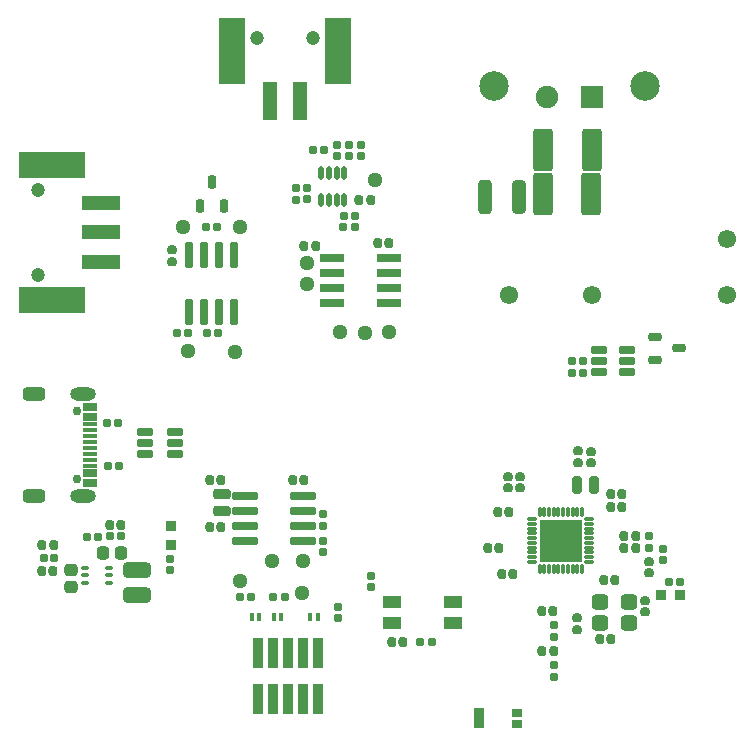
<source format=gts>
G04*
G04 #@! TF.GenerationSoftware,Altium Limited,Altium Designer,24.4.1 (13)*
G04*
G04 Layer_Color=8388736*
%FSLAX44Y44*%
%MOMM*%
G71*
G04*
G04 #@! TF.SameCoordinates,92E24F71-BE29-44F9-BD6D-AE99B804E02A*
G04*
G04*
G04 #@! TF.FilePolarity,Negative*
G04*
G01*
G75*
G04:AMPARAMS|DCode=62|XSize=0.6616mm|YSize=0.4216mm|CornerRadius=0.1308mm|HoleSize=0mm|Usage=FLASHONLY|Rotation=0.000|XOffset=0mm|YOffset=0mm|HoleType=Round|Shape=RoundedRectangle|*
%AMROUNDEDRECTD62*
21,1,0.6616,0.1600,0,0,0.0*
21,1,0.4000,0.4216,0,0,0.0*
1,1,0.2616,0.2000,-0.0800*
1,1,0.2616,-0.2000,-0.0800*
1,1,0.2616,-0.2000,0.0800*
1,1,0.2616,0.2000,0.0800*
%
%ADD62ROUNDEDRECTD62*%
%ADD63R,0.9016X0.9016*%
%ADD64R,0.9016X0.9016*%
%ADD65O,0.3016X0.9516*%
%ADD66O,0.9516X0.3016*%
%ADD67R,3.6016X3.6016*%
G04:AMPARAMS|DCode=68|XSize=0.6816mm|YSize=0.6816mm|CornerRadius=0.2016mm|HoleSize=0mm|Usage=FLASHONLY|Rotation=0.000|XOffset=0mm|YOffset=0mm|HoleType=Round|Shape=RoundedRectangle|*
%AMROUNDEDRECTD68*
21,1,0.6816,0.2784,0,0,0.0*
21,1,0.2784,0.6816,0,0,0.0*
1,1,0.4032,0.1392,-0.1392*
1,1,0.4032,-0.1392,-0.1392*
1,1,0.4032,-0.1392,0.1392*
1,1,0.4032,0.1392,0.1392*
%
%ADD68ROUNDEDRECTD68*%
G04:AMPARAMS|DCode=69|XSize=1.3116mm|YSize=0.6916mm|CornerRadius=0.1246mm|HoleSize=0mm|Usage=FLASHONLY|Rotation=0.000|XOffset=0mm|YOffset=0mm|HoleType=Round|Shape=RoundedRectangle|*
%AMROUNDEDRECTD69*
21,1,1.3116,0.4425,0,0,0.0*
21,1,1.0625,0.6916,0,0,0.0*
1,1,0.2491,0.5313,-0.2213*
1,1,0.2491,-0.5313,-0.2213*
1,1,0.2491,-0.5313,0.2213*
1,1,0.2491,0.5313,0.2213*
%
%ADD69ROUNDEDRECTD69*%
%ADD70R,5.7016X2.3016*%
%ADD71R,3.3016X1.3016*%
%ADD72R,1.3000X3.3000*%
%ADD73R,2.3000X5.7000*%
G04:AMPARAMS|DCode=74|XSize=0.8516mm|YSize=1.5016mm|CornerRadius=0.2383mm|HoleSize=0mm|Usage=FLASHONLY|Rotation=180.000|XOffset=0mm|YOffset=0mm|HoleType=Round|Shape=RoundedRectangle|*
%AMROUNDEDRECTD74*
21,1,0.8516,1.0250,0,0,180.0*
21,1,0.3750,1.5016,0,0,180.0*
1,1,0.4766,-0.1875,0.5125*
1,1,0.4766,0.1875,0.5125*
1,1,0.4766,0.1875,-0.5125*
1,1,0.4766,-0.1875,-0.5125*
%
%ADD74ROUNDEDRECTD74*%
G04:AMPARAMS|DCode=75|XSize=0.8516mm|YSize=1.5016mm|CornerRadius=0.2383mm|HoleSize=0mm|Usage=FLASHONLY|Rotation=90.000|XOffset=0mm|YOffset=0mm|HoleType=Round|Shape=RoundedRectangle|*
%AMROUNDEDRECTD75*
21,1,0.8516,1.0250,0,0,90.0*
21,1,0.3750,1.5016,0,0,90.0*
1,1,0.4766,0.5125,0.1875*
1,1,0.4766,0.5125,-0.1875*
1,1,0.4766,-0.5125,-0.1875*
1,1,0.4766,-0.5125,0.1875*
%
%ADD75ROUNDEDRECTD75*%
%ADD76R,1.2516X0.7016*%
%ADD77R,1.2516X0.4016*%
%ADD78R,0.4516X0.7016*%
G04:AMPARAMS|DCode=79|XSize=1.1716mm|YSize=2.8716mm|CornerRadius=0.3023mm|HoleSize=0mm|Usage=FLASHONLY|Rotation=180.000|XOffset=0mm|YOffset=0mm|HoleType=Round|Shape=RoundedRectangle|*
%AMROUNDEDRECTD79*
21,1,1.1716,2.2671,0,0,180.0*
21,1,0.5671,2.8716,0,0,180.0*
1,1,0.6045,-0.2836,1.1336*
1,1,0.6045,0.2836,1.1336*
1,1,0.6045,0.2836,-1.1336*
1,1,0.6045,-0.2836,-1.1336*
%
%ADD79ROUNDEDRECTD79*%
G04:AMPARAMS|DCode=80|XSize=1.1516mm|YSize=2.8716mm|CornerRadius=0.3028mm|HoleSize=0mm|Usage=FLASHONLY|Rotation=0.000|XOffset=0mm|YOffset=0mm|HoleType=Round|Shape=RoundedRectangle|*
%AMROUNDEDRECTD80*
21,1,1.1516,2.2660,0,0,0.0*
21,1,0.5460,2.8716,0,0,0.0*
1,1,0.6056,0.2730,-1.1330*
1,1,0.6056,-0.2730,-1.1330*
1,1,0.6056,-0.2730,1.1330*
1,1,0.6056,0.2730,1.1330*
%
%ADD80ROUNDEDRECTD80*%
G04:AMPARAMS|DCode=81|XSize=0.6816mm|YSize=0.6816mm|CornerRadius=0.1813mm|HoleSize=0mm|Usage=FLASHONLY|Rotation=180.000|XOffset=0mm|YOffset=0mm|HoleType=Round|Shape=RoundedRectangle|*
%AMROUNDEDRECTD81*
21,1,0.6816,0.3190,0,0,180.0*
21,1,0.3190,0.6816,0,0,180.0*
1,1,0.3626,-0.1595,0.1595*
1,1,0.3626,0.1595,0.1595*
1,1,0.3626,0.1595,-0.1595*
1,1,0.3626,-0.1595,-0.1595*
%
%ADD81ROUNDEDRECTD81*%
G04:AMPARAMS|DCode=82|XSize=0.6816mm|YSize=0.6816mm|CornerRadius=0.1813mm|HoleSize=0mm|Usage=FLASHONLY|Rotation=90.000|XOffset=0mm|YOffset=0mm|HoleType=Round|Shape=RoundedRectangle|*
%AMROUNDEDRECTD82*
21,1,0.6816,0.3190,0,0,90.0*
21,1,0.3190,0.6816,0,0,90.0*
1,1,0.3626,0.1595,0.1595*
1,1,0.3626,0.1595,-0.1595*
1,1,0.3626,-0.1595,-0.1595*
1,1,0.3626,-0.1595,0.1595*
%
%ADD82ROUNDEDRECTD82*%
G04:AMPARAMS|DCode=83|XSize=0.6816mm|YSize=0.6816mm|CornerRadius=0.2016mm|HoleSize=0mm|Usage=FLASHONLY|Rotation=270.000|XOffset=0mm|YOffset=0mm|HoleType=Round|Shape=RoundedRectangle|*
%AMROUNDEDRECTD83*
21,1,0.6816,0.2784,0,0,270.0*
21,1,0.2784,0.6816,0,0,270.0*
1,1,0.4032,-0.1392,-0.1392*
1,1,0.4032,-0.1392,0.1392*
1,1,0.4032,0.1392,0.1392*
1,1,0.4032,0.1392,-0.1392*
%
%ADD83ROUNDEDRECTD83*%
G04:AMPARAMS|DCode=84|XSize=1.2916mm|YSize=2.3216mm|CornerRadius=0.3007mm|HoleSize=0mm|Usage=FLASHONLY|Rotation=90.000|XOffset=0mm|YOffset=0mm|HoleType=Round|Shape=RoundedRectangle|*
%AMROUNDEDRECTD84*
21,1,1.2916,1.7202,0,0,90.0*
21,1,0.6902,2.3216,0,0,90.0*
1,1,0.6014,0.8601,0.3451*
1,1,0.6014,0.8601,-0.3451*
1,1,0.6014,-0.8601,-0.3451*
1,1,0.6014,-0.8601,0.3451*
%
%ADD84ROUNDEDRECTD84*%
G04:AMPARAMS|DCode=85|XSize=1.7216mm|YSize=3.6116mm|CornerRadius=0.3019mm|HoleSize=0mm|Usage=FLASHONLY|Rotation=0.000|XOffset=0mm|YOffset=0mm|HoleType=Round|Shape=RoundedRectangle|*
%AMROUNDEDRECTD85*
21,1,1.7216,3.0078,0,0,0.0*
21,1,1.1178,3.6116,0,0,0.0*
1,1,0.6038,0.5589,-1.5039*
1,1,0.6038,-0.5589,-1.5039*
1,1,0.6038,-0.5589,1.5039*
1,1,0.6038,0.5589,1.5039*
%
%ADD85ROUNDEDRECTD85*%
G04:AMPARAMS|DCode=86|XSize=1.0516mm|YSize=1.1216mm|CornerRadius=0.2931mm|HoleSize=0mm|Usage=FLASHONLY|Rotation=270.000|XOffset=0mm|YOffset=0mm|HoleType=Round|Shape=RoundedRectangle|*
%AMROUNDEDRECTD86*
21,1,1.0516,0.5355,0,0,270.0*
21,1,0.4655,1.1216,0,0,270.0*
1,1,0.5861,-0.2677,-0.2328*
1,1,0.5861,-0.2677,0.2328*
1,1,0.5861,0.2677,0.2328*
1,1,0.5861,0.2677,-0.2328*
%
%ADD86ROUNDEDRECTD86*%
G04:AMPARAMS|DCode=87|XSize=1.0516mm|YSize=1.1216mm|CornerRadius=0.2931mm|HoleSize=0mm|Usage=FLASHONLY|Rotation=180.000|XOffset=0mm|YOffset=0mm|HoleType=Round|Shape=RoundedRectangle|*
%AMROUNDEDRECTD87*
21,1,1.0516,0.5355,0,0,180.0*
21,1,0.4655,1.1216,0,0,180.0*
1,1,0.5861,-0.2328,0.2677*
1,1,0.5861,0.2328,0.2677*
1,1,0.5861,0.2328,-0.2677*
1,1,0.5861,-0.2328,-0.2677*
%
%ADD87ROUNDEDRECTD87*%
G04:AMPARAMS|DCode=88|XSize=0.7616mm|YSize=0.8016mm|CornerRadius=0.2224mm|HoleSize=0mm|Usage=FLASHONLY|Rotation=90.000|XOffset=0mm|YOffset=0mm|HoleType=Round|Shape=RoundedRectangle|*
%AMROUNDEDRECTD88*
21,1,0.7616,0.3568,0,0,90.0*
21,1,0.3168,0.8016,0,0,90.0*
1,1,0.4448,0.1784,0.1584*
1,1,0.4448,0.1784,-0.1584*
1,1,0.4448,-0.1784,-0.1584*
1,1,0.4448,-0.1784,0.1584*
%
%ADD88ROUNDEDRECTD88*%
G04:AMPARAMS|DCode=89|XSize=0.7616mm|YSize=0.8016mm|CornerRadius=0.2224mm|HoleSize=0mm|Usage=FLASHONLY|Rotation=180.000|XOffset=0mm|YOffset=0mm|HoleType=Round|Shape=RoundedRectangle|*
%AMROUNDEDRECTD89*
21,1,0.7616,0.3568,0,0,180.0*
21,1,0.3168,0.8016,0,0,180.0*
1,1,0.4448,-0.1584,0.1784*
1,1,0.4448,0.1584,0.1784*
1,1,0.4448,0.1584,-0.1784*
1,1,0.4448,-0.1584,-0.1784*
%
%ADD89ROUNDEDRECTD89*%
G04:AMPARAMS|DCode=90|XSize=1.1016mm|YSize=1.1016mm|CornerRadius=0.3008mm|HoleSize=0mm|Usage=FLASHONLY|Rotation=270.000|XOffset=0mm|YOffset=0mm|HoleType=Round|Shape=RoundedRectangle|*
%AMROUNDEDRECTD90*
21,1,1.1016,0.5000,0,0,270.0*
21,1,0.5000,1.1016,0,0,270.0*
1,1,0.6016,-0.2500,-0.2500*
1,1,0.6016,-0.2500,0.2500*
1,1,0.6016,0.2500,0.2500*
1,1,0.6016,0.2500,-0.2500*
%
%ADD90ROUNDEDRECTD90*%
G04:AMPARAMS|DCode=91|XSize=1.1016mm|YSize=1.1016mm|CornerRadius=0.3008mm|HoleSize=0mm|Usage=FLASHONLY|Rotation=0.000|XOffset=0mm|YOffset=0mm|HoleType=Round|Shape=RoundedRectangle|*
%AMROUNDEDRECTD91*
21,1,1.1016,0.5000,0,0,0.0*
21,1,0.5000,1.1016,0,0,0.0*
1,1,0.6016,0.2500,-0.2500*
1,1,0.6016,-0.2500,-0.2500*
1,1,0.6016,-0.2500,0.2500*
1,1,0.6016,0.2500,0.2500*
%
%ADD91ROUNDEDRECTD91*%
G04:AMPARAMS|DCode=92|XSize=1.2916mm|YSize=1.3916mm|CornerRadius=0.3007mm|HoleSize=0mm|Usage=FLASHONLY|Rotation=90.000|XOffset=0mm|YOffset=0mm|HoleType=Round|Shape=RoundedRectangle|*
%AMROUNDEDRECTD92*
21,1,1.2916,0.7902,0,0,90.0*
21,1,0.6902,1.3916,0,0,90.0*
1,1,0.6014,0.3951,0.3451*
1,1,0.6014,0.3951,-0.3451*
1,1,0.6014,-0.3951,-0.3451*
1,1,0.6014,-0.3951,0.3451*
%
%ADD92ROUNDEDRECTD92*%
%ADD93R,0.8616X2.5016*%
G04:AMPARAMS|DCode=94|XSize=1.1216mm|YSize=0.5616mm|CornerRadius=0.1704mm|HoleSize=0mm|Usage=FLASHONLY|Rotation=270.000|XOffset=0mm|YOffset=0mm|HoleType=Round|Shape=RoundedRectangle|*
%AMROUNDEDRECTD94*
21,1,1.1216,0.2208,0,0,270.0*
21,1,0.7808,0.5616,0,0,270.0*
1,1,0.3408,-0.1104,-0.3904*
1,1,0.3408,-0.1104,0.3904*
1,1,0.3408,0.1104,0.3904*
1,1,0.3408,0.1104,-0.3904*
%
%ADD94ROUNDEDRECTD94*%
G04:AMPARAMS|DCode=95|XSize=1.1316mm|YSize=0.7016mm|CornerRadius=0.2008mm|HoleSize=0mm|Usage=FLASHONLY|Rotation=270.000|XOffset=0mm|YOffset=0mm|HoleType=Round|Shape=RoundedRectangle|*
%AMROUNDEDRECTD95*
21,1,1.1316,0.3000,0,0,270.0*
21,1,0.7300,0.7016,0,0,270.0*
1,1,0.4016,-0.1500,-0.3650*
1,1,0.4016,-0.1500,0.3650*
1,1,0.4016,0.1500,0.3650*
1,1,0.4016,0.1500,-0.3650*
%
%ADD95ROUNDEDRECTD95*%
G04:AMPARAMS|DCode=96|XSize=1.1316mm|YSize=0.7016mm|CornerRadius=0.2008mm|HoleSize=0mm|Usage=FLASHONLY|Rotation=180.000|XOffset=0mm|YOffset=0mm|HoleType=Round|Shape=RoundedRectangle|*
%AMROUNDEDRECTD96*
21,1,1.1316,0.3000,0,0,180.0*
21,1,0.7300,0.7016,0,0,180.0*
1,1,0.4016,-0.3650,0.1500*
1,1,0.4016,0.3650,0.1500*
1,1,0.4016,0.3650,-0.1500*
1,1,0.4016,-0.3650,-0.1500*
%
%ADD96ROUNDEDRECTD96*%
G04:AMPARAMS|DCode=97|XSize=1.3916mm|YSize=0.6916mm|CornerRadius=0.2013mm|HoleSize=0mm|Usage=FLASHONLY|Rotation=180.000|XOffset=0mm|YOffset=0mm|HoleType=Round|Shape=RoundedRectangle|*
%AMROUNDEDRECTD97*
21,1,1.3916,0.2891,0,0,180.0*
21,1,0.9891,0.6916,0,0,180.0*
1,1,0.4025,-0.4946,0.1446*
1,1,0.4025,0.4946,0.1446*
1,1,0.4025,0.4946,-0.1446*
1,1,0.4025,-0.4946,-0.1446*
%
%ADD97ROUNDEDRECTD97*%
%ADD98R,1.5516X1.1016*%
G04:AMPARAMS|DCode=99|XSize=2.1716mm|YSize=0.7316mm|CornerRadius=0.2115mm|HoleSize=0mm|Usage=FLASHONLY|Rotation=180.000|XOffset=0mm|YOffset=0mm|HoleType=Round|Shape=RoundedRectangle|*
%AMROUNDEDRECTD99*
21,1,2.1716,0.3087,0,0,180.0*
21,1,1.7487,0.7316,0,0,180.0*
1,1,0.4229,-0.8743,0.1544*
1,1,0.4229,0.8743,0.1544*
1,1,0.4229,0.8743,-0.1544*
1,1,0.4229,-0.8743,-0.1544*
%
%ADD99ROUNDEDRECTD99*%
G04:AMPARAMS|DCode=100|XSize=2.1716mm|YSize=0.7316mm|CornerRadius=0.2115mm|HoleSize=0mm|Usage=FLASHONLY|Rotation=270.000|XOffset=0mm|YOffset=0mm|HoleType=Round|Shape=RoundedRectangle|*
%AMROUNDEDRECTD100*
21,1,2.1716,0.3087,0,0,270.0*
21,1,1.7487,0.7316,0,0,270.0*
1,1,0.4229,-0.1544,-0.8743*
1,1,0.4229,-0.1544,0.8743*
1,1,0.4229,0.1544,0.8743*
1,1,0.4229,0.1544,-0.8743*
%
%ADD100ROUNDEDRECTD100*%
G04:AMPARAMS|DCode=101|XSize=2.1116mm|YSize=0.7616mm|CornerRadius=0.2224mm|HoleSize=0mm|Usage=FLASHONLY|Rotation=180.000|XOffset=0mm|YOffset=0mm|HoleType=Round|Shape=RoundedRectangle|*
%AMROUNDEDRECTD101*
21,1,2.1116,0.3168,0,0,180.0*
21,1,1.6668,0.7616,0,0,180.0*
1,1,0.4448,-0.8334,0.1584*
1,1,0.4448,0.8334,0.1584*
1,1,0.4448,0.8334,-0.1584*
1,1,0.4448,-0.8334,-0.1584*
%
%ADD101ROUNDEDRECTD101*%
%ADD102R,0.9016X1.7016*%
%ADD103R,0.9016X0.7516*%
%ADD104C,1.9016*%
%ADD105R,1.9016X1.9016*%
%ADD106C,2.5016*%
%ADD107C,1.2016*%
G04:AMPARAMS|DCode=108|XSize=1.9016mm|YSize=1.1016mm|CornerRadius=0.3008mm|HoleSize=0mm|Usage=FLASHONLY|Rotation=0.000|XOffset=0mm|YOffset=0mm|HoleType=Round|Shape=RoundedRectangle|*
%AMROUNDEDRECTD108*
21,1,1.9016,0.5000,0,0,0.0*
21,1,1.3000,1.1016,0,0,0.0*
1,1,0.6016,0.6500,-0.2500*
1,1,0.6016,-0.6500,-0.2500*
1,1,0.6016,-0.6500,0.2500*
1,1,0.6016,0.6500,0.2500*
%
%ADD108ROUNDEDRECTD108*%
%ADD109O,2.2016X1.1016*%
%ADD110C,0.7516*%
%ADD111C,1.5494*%
%ADD112C,0.1016*%
D62*
X346898Y541214D02*
D03*
Y547714D02*
D03*
Y554214D02*
D03*
X327298D02*
D03*
Y547714D02*
D03*
Y541214D02*
D03*
D63*
X815000Y531000D02*
D03*
X831000D02*
D03*
D64*
X399500Y589500D02*
D03*
Y573500D02*
D03*
D65*
X747850Y601138D02*
D03*
X743850D02*
D03*
X739850D02*
D03*
X735850D02*
D03*
X731850D02*
D03*
X727850D02*
D03*
X723850D02*
D03*
X719850D02*
D03*
X715850D02*
D03*
X711850D02*
D03*
Y553138D02*
D03*
X715850D02*
D03*
X719850D02*
D03*
X723850D02*
D03*
X727850D02*
D03*
X731850D02*
D03*
X735850D02*
D03*
X739850D02*
D03*
X743850D02*
D03*
X747850D02*
D03*
D66*
X705850Y595138D02*
D03*
Y591138D02*
D03*
Y587138D02*
D03*
Y583138D02*
D03*
Y579138D02*
D03*
Y575138D02*
D03*
Y571138D02*
D03*
Y567138D02*
D03*
Y563138D02*
D03*
Y559138D02*
D03*
X753850D02*
D03*
Y563138D02*
D03*
Y567138D02*
D03*
Y571138D02*
D03*
Y575138D02*
D03*
Y579138D02*
D03*
Y583138D02*
D03*
Y587138D02*
D03*
Y591138D02*
D03*
Y595138D02*
D03*
D67*
X729850Y577138D02*
D03*
D68*
X301100Y562500D02*
D03*
X291900D02*
D03*
X748500Y728750D02*
D03*
Y719000D02*
D03*
X560500Y912000D02*
D03*
X560500Y902500D02*
D03*
X545750Y842750D02*
D03*
X555500Y851750D02*
D03*
X529250Y907500D02*
D03*
X405000Y752750D02*
D03*
X458250Y529500D02*
D03*
X438750Y843000D02*
D03*
X496000Y529500D02*
D03*
X610768Y491358D02*
D03*
X440000Y752750D02*
D03*
X357694Y580606D02*
D03*
X338250Y580500D02*
D03*
X345750Y676250D02*
D03*
X346580Y640000D02*
D03*
X830750Y542000D02*
D03*
D69*
X402850Y669250D02*
D03*
Y659750D02*
D03*
Y650250D02*
D03*
X377750D02*
D03*
Y659750D02*
D03*
Y669250D02*
D03*
D70*
X298750Y895500D02*
D03*
Y780500D02*
D03*
D71*
X340750Y863000D02*
D03*
Y838000D02*
D03*
Y813000D02*
D03*
D72*
X483750Y949500D02*
D03*
X508750D02*
D03*
D73*
X451250Y991500D02*
D03*
X541250D02*
D03*
D74*
X757954Y624548D02*
D03*
X743454D02*
D03*
D75*
X442804Y602466D02*
D03*
Y616966D02*
D03*
D76*
X331000Y690050D02*
D03*
Y626050D02*
D03*
Y682050D02*
D03*
Y634050D02*
D03*
D77*
Y655550D02*
D03*
Y660550D02*
D03*
Y650550D02*
D03*
Y645550D02*
D03*
Y640550D02*
D03*
Y665550D02*
D03*
Y670550D02*
D03*
Y675550D02*
D03*
D78*
X524250Y512000D02*
D03*
X517750D02*
D03*
X486750Y512250D02*
D03*
X493250D02*
D03*
X468000Y512750D02*
D03*
X474500D02*
D03*
D79*
X665450Y867750D02*
D03*
D80*
X694150D02*
D03*
D81*
X738900Y728750D02*
D03*
Y719000D02*
D03*
X550900Y912000D02*
D03*
X550900Y902500D02*
D03*
X555350Y842750D02*
D03*
X545900Y851750D02*
D03*
X519650Y907500D02*
D03*
X414600Y752750D02*
D03*
X467850Y529500D02*
D03*
X429150Y843000D02*
D03*
X486400Y529500D02*
D03*
X620368Y491358D02*
D03*
X430400Y752750D02*
D03*
X348094Y580606D02*
D03*
X328650Y580500D02*
D03*
X355350Y676250D02*
D03*
X356180Y640000D02*
D03*
X821150Y542000D02*
D03*
D82*
X540000Y912100D02*
D03*
X514722Y865918D02*
D03*
X505578Y875372D02*
D03*
X569500Y537900D02*
D03*
X528500Y567400D02*
D03*
Y599350D02*
D03*
X541000Y511400D02*
D03*
X399250Y551900D02*
D03*
X816500Y570350D02*
D03*
X804512Y580726D02*
D03*
X723750Y505350D02*
D03*
X724000Y471600D02*
D03*
D83*
X540000Y902500D02*
D03*
X514722Y875518D02*
D03*
X505578Y865772D02*
D03*
X569500Y547500D02*
D03*
X528500Y577000D02*
D03*
Y589750D02*
D03*
X541000Y521000D02*
D03*
X399250Y561500D02*
D03*
X816500Y560750D02*
D03*
X804512Y571126D02*
D03*
X723750Y495750D02*
D03*
X724000Y462000D02*
D03*
D84*
X371250Y552150D02*
D03*
Y530850D02*
D03*
D85*
X755828Y870134D02*
D03*
X715028D02*
D03*
X755900Y908000D02*
D03*
X715100D02*
D03*
D86*
X315250Y537420D02*
D03*
Y552120D02*
D03*
D87*
X342420Y566750D02*
D03*
X357120D02*
D03*
D88*
X800750Y525750D02*
D03*
Y516250D02*
D03*
X755522Y652304D02*
D03*
Y642804D02*
D03*
X744600Y652558D02*
D03*
Y643058D02*
D03*
X743500Y511250D02*
D03*
Y501750D02*
D03*
X804500Y559000D02*
D03*
Y549500D02*
D03*
X695666Y630718D02*
D03*
Y621218D02*
D03*
X685252Y630794D02*
D03*
Y621294D02*
D03*
X400500Y813250D02*
D03*
Y822750D02*
D03*
D89*
X783760Y571046D02*
D03*
X793260D02*
D03*
X783760Y581206D02*
D03*
X793260D02*
D03*
X762752Y493494D02*
D03*
X772252D02*
D03*
X782006Y605752D02*
D03*
X772506D02*
D03*
X775500Y544000D02*
D03*
X766000D02*
D03*
X782050Y616326D02*
D03*
X772550D02*
D03*
X714000Y517750D02*
D03*
X723500D02*
D03*
X714250Y483750D02*
D03*
X723750D02*
D03*
X680250Y548500D02*
D03*
X689750D02*
D03*
X522250Y826500D02*
D03*
X512750D02*
D03*
X568750Y865750D02*
D03*
X559250D02*
D03*
X575000Y829000D02*
D03*
X584500D02*
D03*
X676250Y601250D02*
D03*
X685750D02*
D03*
X668000Y571250D02*
D03*
X677500D02*
D03*
X503078Y628512D02*
D03*
X512578D02*
D03*
X433000Y628750D02*
D03*
X442500D02*
D03*
X432750Y588750D02*
D03*
X442250D02*
D03*
X596134Y491358D02*
D03*
X586634D02*
D03*
X300488Y573016D02*
D03*
X290988D02*
D03*
X290480Y551680D02*
D03*
X299980D02*
D03*
X348250Y590500D02*
D03*
X357750D02*
D03*
D90*
X572250Y882500D02*
D03*
X458500Y542500D02*
D03*
X510500Y533000D02*
D03*
D91*
X514750Y812000D02*
D03*
X543000Y753750D02*
D03*
X515000Y794750D02*
D03*
X563750Y753250D02*
D03*
X584250Y753500D02*
D03*
X414500Y737250D02*
D03*
X410250Y843000D02*
D03*
X485250Y560000D02*
D03*
X511250D02*
D03*
X454000Y736500D02*
D03*
X458000Y842500D02*
D03*
D92*
X763022Y525454D02*
D03*
X787222D02*
D03*
Y507254D02*
D03*
X763022D02*
D03*
D93*
X499100Y482250D02*
D03*
Y443250D02*
D03*
X511800Y482250D02*
D03*
X524500D02*
D03*
X511800Y443250D02*
D03*
X524500D02*
D03*
X486400Y482250D02*
D03*
X473700D02*
D03*
Y443250D02*
D03*
X486400D02*
D03*
D94*
X546488Y865832D02*
D03*
X539988D02*
D03*
X533488D02*
D03*
X526988D02*
D03*
Y888332D02*
D03*
X533488D02*
D03*
X539988D02*
D03*
X546488D02*
D03*
D95*
X424750Y860750D02*
D03*
X444750D02*
D03*
X434750Y880750D02*
D03*
D96*
X810000Y749750D02*
D03*
Y729750D02*
D03*
X830000Y739750D02*
D03*
D97*
X762584Y738524D02*
D03*
Y729024D02*
D03*
Y719524D02*
D03*
X785684D02*
D03*
Y729024D02*
D03*
Y738524D02*
D03*
D98*
X586716Y507750D02*
D03*
Y524750D02*
D03*
X638216Y507750D02*
D03*
Y524750D02*
D03*
D99*
X462750Y615050D02*
D03*
Y602350D02*
D03*
Y589650D02*
D03*
Y576950D02*
D03*
X511250D02*
D03*
Y589650D02*
D03*
Y602350D02*
D03*
Y615050D02*
D03*
D100*
X414700Y770250D02*
D03*
X427400D02*
D03*
X440100D02*
D03*
X452800D02*
D03*
Y818750D02*
D03*
X440100D02*
D03*
X427400D02*
D03*
X414700D02*
D03*
D101*
X536050Y816000D02*
D03*
Y803300D02*
D03*
Y790600D02*
D03*
Y777900D02*
D03*
X584250D02*
D03*
Y790600D02*
D03*
Y803300D02*
D03*
Y816000D02*
D03*
D102*
X660750Y426750D02*
D03*
D103*
X692750Y431500D02*
D03*
Y422000D02*
D03*
D104*
X717900Y952750D02*
D03*
D105*
X756000D02*
D03*
D106*
X801000Y961750D02*
D03*
X672900D02*
D03*
D107*
X287250Y874000D02*
D03*
Y802000D02*
D03*
X472750Y1003000D02*
D03*
X519750D02*
D03*
D108*
X283450Y701250D02*
D03*
Y614850D02*
D03*
D109*
X325250Y701250D02*
D03*
Y614850D02*
D03*
D110*
X320250Y629150D02*
D03*
Y686950D02*
D03*
D111*
X685748Y785051D02*
D03*
X755852D02*
D03*
X870914D02*
D03*
Y832041D02*
D03*
D112*
X873000Y995250D02*
D03*
Y453500D02*
D03*
X294250D02*
D03*
Y995250D02*
D03*
M02*

</source>
